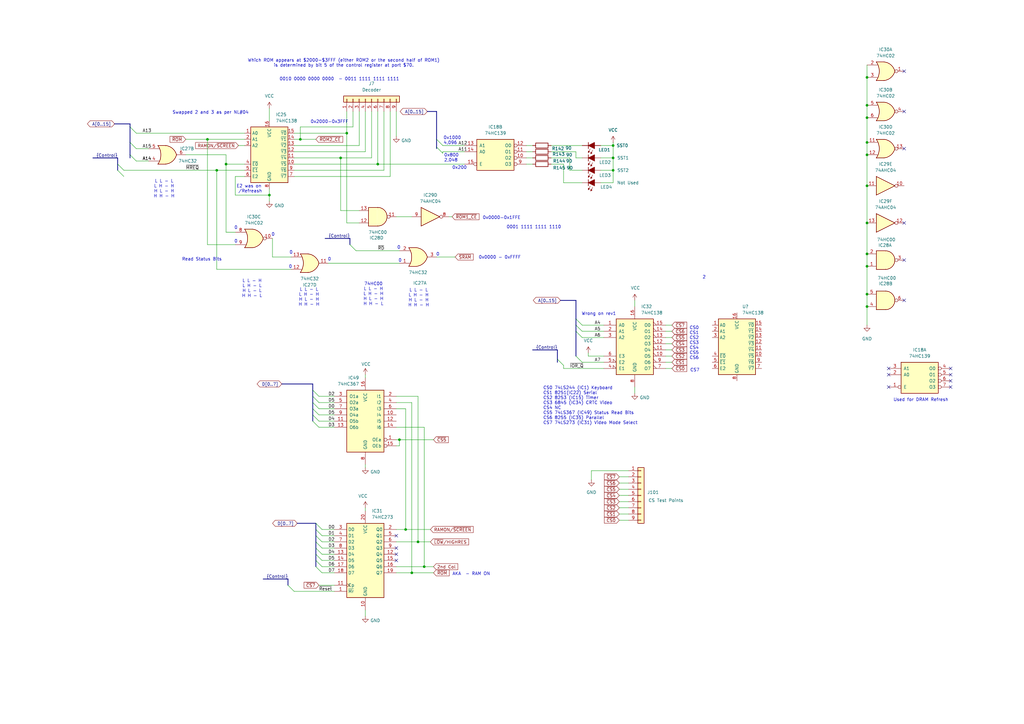
<source format=kicad_sch>
(kicad_sch (version 20250114) (generator "eeschema") (generator_version "9.0")
  (paper "A3")
  (title_block (title "Control Logic") (date "2024-12-05") (rev "1"))
  (lib_symbols
    (symbol "74xx:74HC138"
      (property "Reference" "U" (at -7.62 13.97 0))
      (property "Value" "74HC138" (at 2.54 -11.43 0))
      (symbol "74HC138_1_1"
        (pin input line (at -10.16 10.16 0) (length 2.54) (name "A0") (number "1"))
        (pin input line (at -10.16 7.62 0) (length 2.54) (name "A1") (number "2"))
        (pin input line (at -10.16 5.08 0) (length 2.54) (name "A2") (number "3"))
        (pin input line (at -10.16 -2.54 0) (length 2.54) (name "~{E0}") (number "4"))
        (pin input line (at -10.16 -5.08 0) (length 2.54) (name "~{E1}") (number "5"))
        (pin input line (at -10.16 -7.62 0) (length 2.54) (name "E2") (number "6"))
        (pin power_in line (at 0 15.24 270) (length 2.54) (name "VCC") (number "16"))
        (pin power_in line (at 0 -12.7 90) (length 2.54) (name "GND") (number "8"))
        (pin output line (at 10.16 10.16 180) (length 2.54) (name "~{Y0}") (number "15"))
        (pin output line (at 10.16 7.62 180) (length 2.54) (name "~{Y1}") (number "14"))
        (pin output line (at 10.16 5.08 180) (length 2.54) (name "~{Y2}") (number "13"))
        (pin output line (at 10.16 2.54 180) (length 2.54) (name "~{Y3}") (number "12"))
        (pin output line (at 10.16 0 180) (length 2.54) (name "~{Y4}") (number "11"))
        (pin output line (at 10.16 -2.54 180) (length 2.54) (name "~{Y5}") (number "10"))
        (pin output line (at 10.16 -5.08 180) (length 2.54) (name "~{Y6}") (number "9"))
        (pin output line (at 10.16 -7.62 180) (length 2.54) (name "~{Y7}") (number "7"))
      )
    )
    (symbol "74xx:74HCT138"
      (property "Reference" "U" (at -7.62 13.97 0))
      (property "Value" "74HCT138" (at 2.54 -11.43 0))
      (symbol "74HCT138_1_1"
        (pin input line (at -10.16 10.16 0) (length 2.54) (name "A0") (number "1"))
        (pin input line (at -10.16 7.62 0) (length 2.54) (name "A1") (number "2"))
        (pin input line (at -10.16 5.08 0) (length 2.54) (name "A2") (number "3"))
        (pin input line (at -10.16 -2.54 0) (length 2.54) (name "~{E0}") (number "4"))
        (pin input line (at -10.16 -5.08 0) (length 2.54) (name "~{E1}") (number "5"))
        (pin input line (at -10.16 -7.62 0) (length 2.54) (name "E2") (number "6"))
        (pin power_in line (at 0 15.24 270) (length 2.54) (name "VCC") (number "16"))
        (pin power_in line (at 0 -12.7 90) (length 2.54) (name "GND") (number "8"))
        (pin output line (at 10.16 10.16 180) (length 2.54) (name "~{Y0}") (number "15"))
        (pin output line (at 10.16 7.62 180) (length 2.54) (name "~{Y1}") (number "14"))
        (pin output line (at 10.16 5.08 180) (length 2.54) (name "~{Y2}") (number "13"))
        (pin output line (at 10.16 2.54 180) (length 2.54) (name "~{Y3}") (number "12"))
        (pin output line (at 10.16 0 180) (length 2.54) (name "~{Y4}") (number "11"))
        (pin output line (at 10.16 -2.54 180) (length 2.54) (name "~{Y5}") (number "10"))
        (pin output line (at 10.16 -5.08 180) (length 2.54) (name "~{Y6}") (number "9"))
        (pin output line (at 10.16 -7.62 180) (length 2.54) (name "~{Y7}") (number "7"))
      )
    )
    (symbol "74xx:74LS00" (pin_names (offset 1.016))
      (property "Reference" "U" (at 0 1.27 0))
      (property "Value" "74LS00" (at 0 -1.27 0))
      (symbol "74LS00_1_1"
        (pin input line (at -7.62 2.54 0) (length 3.81) (name "~") (number "1"))
        (pin input line (at -7.62 -2.54 0) (length 3.81) (name "~") (number "2"))
        (pin output inverted (at 7.62 0 180) (length 3.81) (name "~") (number "3"))
      )
      (symbol "74LS00_1_2"
        (pin input inverted (at -7.62 2.54 0) (length 4.318) (name "~") (number "1"))
        (pin input inverted (at -7.62 -2.54 0) (length 4.318) (name "~") (number "2"))
        (pin output line (at 7.62 0 180) (length 3.81) (name "~") (number "3"))
      )
      (symbol "74LS00_2_1"
        (pin input line (at -7.62 2.54 0) (length 3.81) (name "~") (number "4"))
        (pin input line (at -7.62 -2.54 0) (length 3.81) (name "~") (number "5"))
        (pin output inverted (at 7.62 0 180) (length 3.81) (name "~") (number "6"))
      )
      (symbol "74LS00_2_2"
        (pin input inverted (at -7.62 2.54 0) (length 4.318) (name "~") (number "4"))
        (pin input inverted (at -7.62 -2.54 0) (length 4.318) (name "~") (number "5"))
        (pin output line (at 7.62 0 180) (length 3.81) (name "~") (number "6"))
      )
      (symbol "74LS00_3_1"
        (pin input line (at -7.62 2.54 0) (length 3.81) (name "~") (number "9"))
        (pin input line (at -7.62 -2.54 0) (length 3.81) (name "~") (number "10"))
        (pin output inverted (at 7.62 0 180) (length 3.81) (name "~") (number "8"))
      )
      (symbol "74LS00_3_2"
        (pin input inverted (at -7.62 2.54 0) (length 4.318) (name "~") (number "9"))
        (pin input inverted (at -7.62 -2.54 0) (length 4.318) (name "~") (number "10"))
        (pin output line (at 7.62 0 180) (length 3.81) (name "~") (number "8"))
      )
      (symbol "74LS00_4_1"
        (pin input line (at -7.62 2.54 0) (length 3.81) (name "~") (number "12"))
        (pin input line (at -7.62 -2.54 0) (length 3.81) (name "~") (number "13"))
        (pin output inverted (at 7.62 0 180) (length 3.81) (name "~") (number "11"))
      )
      (symbol "74LS00_4_2"
        (pin input inverted (at -7.62 2.54 0) (length 4.318) (name "~") (number "12"))
        (pin input inverted (at -7.62 -2.54 0) (length 4.318) (name "~") (number "13"))
        (pin output line (at 7.62 0 180) (length 3.81) (name "~") (number "11"))
      )
      (symbol "74LS00_5_0"
        (pin power_in line (at 0 12.7 270) (length 5.08) (name "VCC") (number "14"))
        (pin power_in line (at 0 -12.7 90) (length 5.08) (name "GND") (number "7"))
      )
    )
    (symbol "74xx:74LS02" (pin_names (offset 1.016))
      (property "Reference" "U" (at 0 1.27 0))
      (property "Value" "74LS02" (at 0 -1.27 0))
      (symbol "74LS02_1_1"
        (pin input line (at -7.62 2.54 0) (length 4.318) (name "~") (number "2"))
        (pin input line (at -7.62 -2.54 0) (length 4.318) (name "~") (number "3"))
        (pin output inverted (at 7.62 0 180) (length 3.81) (name "~") (number "1"))
      )
      (symbol "74LS02_1_2"
        (pin input inverted (at -7.62 2.54 0) (length 3.81) (name "~") (number "2"))
        (pin input inverted (at -7.62 -2.54 0) (length 3.81) (name "~") (number "3"))
        (pin output line (at 7.62 0 180) (length 3.81) (name "~") (number "1"))
      )
      (symbol "74LS02_2_1"
        (pin input line (at -7.62 2.54 0) (length 4.318) (name "~") (number "5"))
        (pin input line (at -7.62 -2.54 0) (length 4.318) (name "~") (number "6"))
        (pin output inverted (at 7.62 0 180) (length 3.81) (name "~") (number "4"))
      )
      (symbol "74LS02_2_2"
        (pin input inverted (at -7.62 2.54 0) (length 3.81) (name "~") (number "5"))
        (pin input inverted (at -7.62 -2.54 0) (length 3.81) (name "~") (number "6"))
        (pin output line (at 7.62 0 180) (length 3.81) (name "~") (number "4"))
      )
      (symbol "74LS02_3_1"
        (pin input line (at -7.62 2.54 0) (length 4.318) (name "~") (number "8"))
        (pin input line (at -7.62 -2.54 0) (length 4.318) (name "~") (number "9"))
        (pin output inverted (at 7.62 0 180) (length 3.81) (name "~") (number "10"))
      )
      (symbol "74LS02_3_2"
        (pin input inverted (at -7.62 2.54 0) (length 3.81) (name "~") (number "8"))
        (pin input inverted (at -7.62 -2.54 0) (length 3.81) (name "~") (number "9"))
        (pin output line (at 7.62 0 180) (length 3.81) (name "~") (number "10"))
      )
      (symbol "74LS02_4_1"
        (pin input line (at -7.62 2.54 0) (length 4.318) (name "~") (number "11"))
        (pin input line (at -7.62 -2.54 0) (length 4.318) (name "~") (number "12"))
        (pin output inverted (at 7.62 0 180) (length 3.81) (name "~") (number "13"))
      )
      (symbol "74LS02_4_2"
        (pin input inverted (at -7.62 2.54 0) (length 3.81) (name "~") (number "11"))
        (pin input inverted (at -7.62 -2.54 0) (length 3.81) (name "~") (number "12"))
        (pin output line (at 7.62 0 180) (length 3.81) (name "~") (number "13"))
      )
      (symbol "74LS02_5_0"
        (pin power_in line (at 0 12.7 270) (length 5.08) (name "VCC") (number "14"))
        (pin power_in line (at 0 -12.7 90) (length 5.08) (name "GND") (number "7"))
      )
    )
    (symbol "74xx:74LS04"
      (property "Reference" "U" (at 0 1.27 0))
      (property "Value" "74LS04" (at 0 -1.27 0))
      (symbol "74LS04_1_0"
        (pin input line (at -7.62 0 0) (length 3.81) (name "~") (number "1"))
        (pin output inverted (at 7.62 0 180) (length 3.81) (name "~") (number "2"))
      )
      (symbol "74LS04_2_0"
        (pin input line (at -7.62 0 0) (length 3.81) (name "~") (number "3"))
        (pin output inverted (at 7.62 0 180) (length 3.81) (name "~") (number "4"))
      )
      (symbol "74LS04_3_0"
        (pin input line (at -7.62 0 0) (length 3.81) (name "~") (number "5"))
        (pin output inverted (at 7.62 0 180) (length 3.81) (name "~") (number "6"))
      )
      (symbol "74LS04_4_0"
        (pin input line (at -7.62 0 0) (length 3.81) (name "~") (number "9"))
        (pin output inverted (at 7.62 0 180) (length 3.81) (name "~") (number "8"))
      )
      (symbol "74LS04_5_0"
        (pin input line (at -7.62 0 0) (length 3.81) (name "~") (number "11"))
        (pin output inverted (at 7.62 0 180) (length 3.81) (name "~") (number "10"))
      )
      (symbol "74LS04_6_0"
        (pin input line (at -7.62 0 0) (length 3.81) (name "~") (number "13"))
        (pin output inverted (at 7.62 0 180) (length 3.81) (name "~") (number "12"))
      )
      (symbol "74LS04_7_0"
        (pin power_in line (at 0 12.7 270) (length 5.08) (name "VCC") (number "14"))
        (pin power_in line (at 0 -12.7 90) (length 5.08) (name "GND") (number "7"))
      )
    )
    (symbol "74xx:74LS138" (pin_names (offset 1.016))
      (property "Reference" "U" (at -7.62 11.43 0))
      (property "Value" "74LS138" (at -7.62 -13.97 0))
      (symbol "74LS138_1_0"
        (pin input line (at -12.7 7.62 0) (length 5.08) (name "A0") (number "1"))
        (pin input line (at -12.7 5.08 0) (length 5.08) (name "A1") (number "2"))
        (pin input line (at -12.7 2.54 0) (length 5.08) (name "A2") (number "3"))
        (pin input line (at -12.7 -5.08 0) (length 5.08) (name "E3") (number "6"))
        (pin input input_low (at -12.7 -7.62 0) (length 5.08) (name "E2") (number "5"))
        (pin input input_low (at -12.7 -10.16 0) (length 5.08) (name "E1") (number "4"))
        (pin power_in line (at 0 15.24 270) (length 5.08) (name "VCC") (number "16"))
        (pin power_in line (at 0 -17.78 90) (length 5.08) (name "GND") (number "8"))
        (pin output output_low (at 12.7 7.62 180) (length 5.08) (name "O0") (number "15"))
        (pin output output_low (at 12.7 5.08 180) (length 5.08) (name "O1") (number "14"))
        (pin output output_low (at 12.7 2.54 180) (length 5.08) (name "O2") (number "13"))
        (pin output output_low (at 12.7 0 180) (length 5.08) (name "O3") (number "12"))
        (pin output output_low (at 12.7 -2.54 180) (length 5.08) (name "O4") (number "11"))
        (pin output output_low (at 12.7 -5.08 180) (length 5.08) (name "O5") (number "10"))
        (pin output output_low (at 12.7 -7.62 180) (length 5.08) (name "O6") (number "9"))
        (pin output output_low (at 12.7 -10.16 180) (length 5.08) (name "O7") (number "7"))
      )
    )
    (symbol "74xx:74LS139" (pin_names (offset 1.016))
      (property "Reference" "U" (at -7.62 8.89 0))
      (property "Value" "74LS139" (at -7.62 -8.89 0))
      (symbol "74LS139_1_0"
        (pin input line (at -12.7 2.54 0) (length 5.08) (name "A1") (number "3"))
        (pin input line (at -12.7 0 0) (length 5.08) (name "A0") (number "2"))
        (pin input inverted (at -12.7 -5.08 0) (length 5.08) (name "E") (number "1"))
        (pin output inverted (at 12.7 2.54 180) (length 5.08) (name "O0") (number "4"))
        (pin output inverted (at 12.7 0 180) (length 5.08) (name "O1") (number "5"))
        (pin output inverted (at 12.7 -2.54 180) (length 5.08) (name "O2") (number "6"))
        (pin output inverted (at 12.7 -5.08 180) (length 5.08) (name "O3") (number "7"))
      )
      (symbol "74LS139_2_0"
        (pin input line (at -12.7 2.54 0) (length 5.08) (name "A1") (number "13"))
        (pin input line (at -12.7 0 0) (length 5.08) (name "A0") (number "14"))
        (pin input inverted (at -12.7 -5.08 0) (length 5.08) (name "E") (number "15"))
        (pin output inverted (at 12.7 2.54 180) (length 5.08) (name "O0") (number "12"))
        (pin output inverted (at 12.7 0 180) (length 5.08) (name "O1") (number "11"))
        (pin output inverted (at 12.7 -2.54 180) (length 5.08) (name "O2") (number "10"))
        (pin output inverted (at 12.7 -5.08 180) (length 5.08) (name "O3") (number "9"))
      )
      (symbol "74LS139_3_0"
        (pin power_in line (at 0 12.7 270) (length 5.08) (name "VCC") (number "16"))
        (pin power_in line (at 0 -12.7 90) (length 5.08) (name "GND") (number "8"))
      )
    )
    (symbol "74xx:74LS273"
      (property "Reference" "U" (at -7.62 16.51 0))
      (property "Value" "74LS273" (at -7.62 -16.51 0))
      (symbol "74LS273_1_0"
        (pin input line (at -12.7 12.7 0) (length 5.08) (name "D0") (number "3"))
        (pin input line (at -12.7 10.16 0) (length 5.08) (name "D1") (number "4"))
        (pin input line (at -12.7 7.62 0) (length 5.08) (name "D2") (number "7"))
        (pin input line (at -12.7 5.08 0) (length 5.08) (name "D3") (number "8"))
        (pin input line (at -12.7 2.54 0) (length 5.08) (name "D4") (number "13"))
        (pin input line (at -12.7 0 0) (length 5.08) (name "D5") (number "14"))
        (pin input line (at -12.7 -2.54 0) (length 5.08) (name "D6") (number "17"))
        (pin input line (at -12.7 -5.08 0) (length 5.08) (name "D7") (number "18"))
        (pin input clock (at -12.7 -10.16 0) (length 5.08) (name "Cp") (number "11"))
        (pin input line (at -12.7 -12.7 0) (length 5.08) (name "~{Mr}") (number "1"))
        (pin power_in line (at 0 20.32 270) (length 5.08) (name "VCC") (number "20"))
        (pin power_in line (at 0 -20.32 90) (length 5.08) (name "GND") (number "10"))
        (pin output line (at 12.7 12.7 180) (length 5.08) (name "Q0") (number "2"))
        (pin output line (at 12.7 10.16 180) (length 5.08) (name "Q1") (number "5"))
        (pin output line (at 12.7 7.62 180) (length 5.08) (name "Q2") (number "6"))
        (pin output line (at 12.7 5.08 180) (length 5.08) (name "Q3") (number "9"))
        (pin output line (at 12.7 2.54 180) (length 5.08) (name "Q4") (number "12"))
        (pin output line (at 12.7 0 180) (length 5.08) (name "Q5") (number "15"))
        (pin output line (at 12.7 -2.54 180) (length 5.08) (name "Q6") (number "16"))
        (pin output line (at 12.7 -5.08 180) (length 5.08) (name "Q7") (number "19"))
      )
    )
    (symbol "74xx:74LS32" (pin_names (offset 1.016))
      (property "Reference" "U" (at 0 1.27 0))
      (property "Value" "74LS32" (at 0 -1.27 0))
      (symbol "74LS32_1_1"
        (pin input line (at -7.62 2.54 0) (length 4.318) (name "~") (number "1"))
        (pin input line (at -7.62 -2.54 0) (length 4.318) (name "~") (number "2"))
        (pin output line (at 7.62 0 180) (length 3.81) (name "~") (number "3"))
      )
      (symbol "74LS32_1_2"
        (pin input inverted (at -7.62 2.54 0) (length 3.81) (name "~") (number "1"))
        (pin input inverted (at -7.62 -2.54 0) (length 3.81) (name "~") (number "2"))
        (pin output inverted (at 7.62 0 180) (length 3.81) (name "~") (number "3"))
      )
      (symbol "74LS32_2_1"
        (pin input line (at -7.62 2.54 0) (length 4.318) (name "~") (number "4"))
        (pin input line (at -7.62 -2.54 0) (length 4.318) (name "~") (number "5"))
        (pin output line (at 7.62 0 180) (length 3.81) (name "~") (number "6"))
      )
      (symbol "74LS32_2_2"
        (pin input inverted (at -7.62 2.54 0) (length 3.81) (name "~") (number "4"))
        (pin input inverted (at -7.62 -2.54 0) (length 3.81) (name "~") (number "5"))
        (pin output inverted (at 7.62 0 180) (length 3.81) (name "~") (number "6"))
      )
      (symbol "74LS32_3_1"
        (pin input line (at -7.62 2.54 0) (length 4.318) (name "~") (number "9"))
        (pin input line (at -7.62 -2.54 0) (length 4.318) (name "~") (number "10"))
        (pin output line (at 7.62 0 180) (length 3.81) (name "~") (number "8"))
      )
      (symbol "74LS32_3_2"
        (pin input inverted (at -7.62 2.54 0) (length 3.81) (name "~") (number "9"))
        (pin input inverted (at -7.62 -2.54 0) (length 3.81) (name "~") (number "10"))
        (pin output inverted (at 7.62 0 180) (length 3.81) (name "~") (number "8"))
      )
      (symbol "74LS32_4_1"
        (pin input line (at -7.62 2.54 0) (length 4.318) (name "~") (number "12"))
        (pin input line (at -7.62 -2.54 0) (length 4.318) (name "~") (number "13"))
        (pin output line (at 7.62 0 180) (length 3.81) (name "~") (number "11"))
      )
      (symbol "74LS32_4_2"
        (pin input inverted (at -7.62 2.54 0) (length 3.81) (name "~") (number "12"))
        (pin input inverted (at -7.62 -2.54 0) (length 3.81) (name "~") (number "13"))
        (pin output inverted (at 7.62 0 180) (length 3.81) (name "~") (number "11"))
      )
      (symbol "74LS32_5_0"
        (pin power_in line (at 0 12.7 270) (length 5.08) (name "VCC") (number "14"))
        (pin power_in line (at 0 -12.7 90) (length 5.08) (name "GND") (number "7"))
      )
    )
    (symbol "74xx:74LS367" (pin_names (offset 1.016))
      (property "Reference" "U" (at -7.62 13.97 0))
      (property "Value" "74LS367" (at -7.62 -13.97 0))
      (symbol "74LS367_1_0"
        (pin input line (at -12.7 10.16 0) (length 5.08) (name "I1") (number "2"))
        (pin input line (at -12.7 7.62 0) (length 5.08) (name "I2") (number "4"))
        (pin input line (at -12.7 5.08 0) (length 5.08) (name "I3") (number "6"))
        (pin input line (at -12.7 2.54 0) (length 5.08) (name "I4") (number "10"))
        (pin input line (at -12.7 0 0) (length 5.08) (name "I5") (number "12"))
        (pin input line (at -12.7 -2.54 0) (length 5.08) (name "I6") (number "14"))
        (pin input inverted (at -12.7 -7.62 0) (length 5.08) (name "OEa") (number "1"))
        (pin input inverted (at -12.7 -10.16 0) (length 5.08) (name "OEb") (number "15"))
        (pin power_in line (at 0 17.78 270) (length 5.08) (name "VCC") (number "16"))
        (pin power_in line (at 0 -17.78 90) (length 5.08) (name "GND") (number "8"))
        (pin tri_state line (at 12.7 10.16 180) (length 5.08) (name "O1a") (number "3"))
        (pin tri_state line (at 12.7 7.62 180) (length 5.08) (name "O2a") (number "5"))
        (pin tri_state line (at 12.7 5.08 180) (length 5.08) (name "O3a") (number "7"))
        (pin tri_state line (at 12.7 2.54 180) (length 5.08) (name "O4a") (number "9"))
        (pin tri_state line (at 12.7 0 180) (length 5.08) (name "O5b") (number "11"))
        (pin tri_state line (at 12.7 -2.54 180) (length 5.08) (name "O6b") (number "13"))
      )
    )
    (symbol "Connector_Generic:Conn_01x09" (pin_names (offset 1.016) (hide yes))
      (property "Reference" "J" (at 0 12.7 0))
      (property "Value" "Conn_01x09" (at 0 -12.7 0))
      (symbol "Conn_01x09_1_1"
        (pin passive line (at -5.08 10.16 0) (length 3.81) (name "Pin_1") (number "1"))
        (pin passive line (at -5.08 7.62 0) (length 3.81) (name "Pin_2") (number "2"))
        (pin passive line (at -5.08 5.08 0) (length 3.81) (name "Pin_3") (number "3"))
        (pin passive line (at -5.08 2.54 0) (length 3.81) (name "Pin_4") (number "4"))
        (pin passive line (at -5.08 0 0) (length 3.81) (name "Pin_5") (number "5"))
        (pin passive line (at -5.08 -2.54 0) (length 3.81) (name "Pin_6") (number "6"))
        (pin passive line (at -5.08 -5.08 0) (length 3.81) (name "Pin_7") (number "7"))
        (pin passive line (at -5.08 -7.62 0) (length 3.81) (name "Pin_8") (number "8"))
        (pin passive line (at -5.08 -10.16 0) (length 3.81) (name "Pin_9") (number "9"))
      )
    )
    (symbol "Device:R" (pin_numbers (hide yes)) (pin_names (offset 0))
      (property "Reference" "R" (at 2.032 0 90))
      (property "Value" "R" (at 0 0 90))
      (symbol "R_1_1"
        (pin passive line (at 0 3.81 270) (length 1.27) (name "~") (number "1"))
        (pin passive line (at 0 -3.81 90) (length 1.27) (name "~") (number "2"))
      )
    )
    (symbol "GND_1" (power) (pin_numbers (hide yes)) (pin_names (offset 0) (hide yes))
      (property "Value" "GND" (at 0 -3.81 0))
      (symbol "GND_1_1_1"
        (pin power_in line (at 0 0 270) (length 0) (name "~") (number "1"))
      )
    )
    (symbol "PCM_LED_AKL:LED_3mm" (pin_numbers (hide yes)) (pin_names (offset 1.016) (hide yes))
      (property "Reference" "LED" (at 0 7.62 0))
      (property "Value" "LED_3mm" (at 0 5.08 0))
      (symbol "LED_3mm_1_1"
        (pin passive line (at -3.81 0 0) (length 2.54) (name "A") (number "2"))
        (pin passive line (at 3.81 0 180) (length 2.54) (name "K") (number "1"))
      )
      (symbol "LED_3mm_1_2"
        (pin passive line (at -2.54 -2.54 0) (length 0) (name "A") (number "2"))
        (pin passive line (at 2.54 2.54 180) (length 0) (name "K") (number "1"))
      )
    )
    (symbol "VCC_1" (power) (pin_numbers (hide yes)) (pin_names (offset 0) (hide yes))
      (property "Value" "VCC" (at 0 3.556 0))
      (symbol "VCC_1_1_1"
        (pin power_in line (at 0 0 90) (length 0) (name "~") (number "1"))
      )
    )
    (symbol "power:GND" (power) (pin_names (offset 0))
      (property "Value" "GND" (at 0 -3.81 0))
      (symbol "GND_1_1"
        (pin power_in line (at 0 0 270) (length 0) (hide yes) (name "GND") (number "1"))
      )
    )
    (symbol "power:VCC" (power) (pin_names (offset 0))
      (property "Value" "VCC" (at 0 3.81 0))
      (symbol "VCC_1_1"
        (pin power_in line (at 0 0 90) (length 0) (hide yes) (name "VCC") (number "1"))
      )
    )
  )
  (text "Read Status Bits" (at 82.804 106.426 0) (effects (font (size 1.27 1.27))))
  (text "0" (at 135.128 106.426 0) (effects (font (size 1.27 1.27))))
  (text "Wrong on rev1" (at 245.618 128.778 0) (effects (font (size 1.27 1.27))))
  (text "0" (at 119.126 109.474 0) (effects (font (size 1.27 1.27))))
  (text "L L - H\nL H - L\nH L - L\nH H - L" (at 103.378 118.364 0) (effects (font (size 1.27 1.27))))
  (text "L L - L\nL H - H\nH L - H\nH H - H" (at 67.31 77.47 0) (effects (font (size 1.27 1.27))))
  (text "0001 1111 1111 1110" (at 218.948 93.218 0) (effects (font (size 1.27 1.27))))
  (text "0x0000-0x1FFE" (at 205.74 89.408 0) (effects (font (size 1.27 1.27))))
  (text "0x1000\n4,096" (at 181.864 57.658 0) (effects (font (size 1.27 1.27)) (justify left)))
  (text "Used for DRAM Refresh" (at 377.698 164.084 0) (effects (font (size 1.27 1.27))))
  (text "0x0000 - 0xFFFF" (at 204.978 105.664 0) (effects (font (size 1.27 1.27))))
  (text "0x200" (at 188.468 68.834 0) (effects (font (size 1.27 1.27))))
  (text "E2 was on \n/Refreash" (at 102.616 77.47 0) (effects (font (size 1.27 1.27))))
  (text "0x800 \n2,048" (at 182.118 64.77 0) (effects (font (size 1.27 1.27)) (justify left)))
  (text "CS0 74LS244 (IC1) Keyboard\nCS1 8251(IC22) Serial\nCS2 8253 (IC15) Timer\nCS3 6845 (IC34) CRTC Video\nCS4 NC\nCS5 74LS367 (IC49) Status Read Bits\nCS6 8255 (IC35) Parallel \nCS7 74LS273 (IC31) Video Mode Select" (at 222.758 166.37 0) (effects (font (size 1.27 1.27)) (justify left)))
  (text "0" (at 164.084 106.934 0) (effects (font (size 1.27 1.27))))
  (text "Swapped 2 and 3 as per NL#04\n" (at 86.36 46.228 0) (effects (font (size 1.27 1.27))))
  (text "2" (at 288.798 113.792 0) (effects (font (size 1.27 1.27))))
  (text "0" (at 163.576 101.6 0) (effects (font (size 1.27 1.27))))
  (text "CS0\nCS1\nCS2\nCS3\nCS4\nCS5\nCS6" (at 284.734 140.716 0) (effects (font (size 1.27 1.27))))
  (text "0" (at 179.578 104.394 0) (effects (font (size 1.27 1.27))))
  (text "0" (at 119.38 103.632 0) (effects (font (size 1.27 1.27))))
  (text "L L - L\nL H - H\nH L - H\nH H - H" (at 171.704 122.174 0) (effects (font (size 1.27 1.27))))
  (text "0" (at 96.774 93.472 0) (effects (font (size 1.27 1.27))))
  (text "CS7" (at 284.988 151.892 0) (effects (font (size 1.27 1.27))))
  (text "Which ROM appears at $2000-$3FFF (either ROM2 or the second half of ROM1)\nis determined by bit 5 of the control register at port $70." (at 140.97 25.908 0) (effects (font (size 1.27 1.27))))
  (text "AKA  - RAM ON" (at 193.294 235.458 0) (effects (font (size 1.27 1.27))))
  (text "0" (at 96.774 99.06 0) (effects (font (size 1.27 1.27))))
  (text "L L - L\nL H - H\nH L - H\nH H - H" (at 126.746 121.92 0) (effects (font (size 1.27 1.27))))
  (text "0010 0000 0000 0000  - 0011 1111 1111 1111" (at 139.192 32.512 0) (effects (font (size 1.27 1.27))))
  (text "0" (at 112.014 96.266 0) (effects (font (size 1.27 1.27))))
  (text "74HC00\nL L - H\nL H - H\nH L - H\nH H - L" (at 153.162 120.65 0) (effects (font (size 1.27 1.27))))
  (text "0x2000-0x3FFF" (at 135.128 50.038 0) (effects (font (size 1.27 1.27))))
  (junction (at 173.99 232.41))
  (junction (at 154.94 67.31))
  (junction (at 355.6 31.75))
  (junction (at 355.6 91.44))
  (junction (at 251.46 69.85))
  (junction (at 92.71 67.31))
  (junction (at 355.6 125.73))
  (junction (at 355.6 43.18))
  (junction (at 355.6 120.65))
  (junction (at 171.45 222.25))
  (junction (at 123.19 57.15))
  (junction (at 110.49 80.01))
  (junction (at 355.6 76.2))
  (junction (at 355.6 63.5))
  (junction (at 355.6 104.14))
  (junction (at 139.7 64.77))
  (junction (at 88.9 69.85))
  (junction (at 355.6 48.26))
  (junction (at 251.46 59.69))
  (junction (at 251.46 64.77))
  (junction (at 85.09 57.15))
  (junction (at 355.6 58.42))
  (junction (at 163.83 180.34))
  (junction (at 142.24 54.61))
  (junction (at 166.37 217.17))
  (junction (at 355.6 109.22))
  (junction (at 168.91 234.95))
  (no_connect (at 370.84 29.21))
  (no_connect (at 370.84 60.96))
  (no_connect (at 370.84 91.44))
  (no_connect (at 162.56 229.87))
  (no_connect (at 364.49 151.13))
  (no_connect (at 162.56 227.33))
  (no_connect (at 370.84 45.72))
  (no_connect (at 389.89 158.75))
  (no_connect (at 364.49 153.67))
  (no_connect (at 162.56 219.71))
  (no_connect (at 370.84 123.19))
  (no_connect (at 389.89 156.21))
  (no_connect (at 162.56 224.79))
  (no_connect (at 364.49 158.75))
  (no_connect (at 370.84 106.68))
  (no_connect (at 389.89 151.13))
  (no_connect (at 389.89 153.67))
  (bus_entry (at 129.54 229.87) (size 2.54 2.54))
  (bus_entry (at 129.54 224.79) (size 2.54 2.54))
  (bus_entry (at 228.6 147.32) (size 2.54 2.54))
  (bus_entry (at 53.34 58.42) (size 2.54 2.54))
  (bus_entry (at 129.54 232.41) (size 2.54 2.54))
  (bus_entry (at 236.22 133.35) (size 2.54 2.54))
  (bus_entry (at 129.54 222.25) (size 2.54 2.54))
  (bus_entry (at 48.26 69.85) (size 2.54 2.54))
  (bus_entry (at 48.26 67.31) (size 2.54 2.54))
  (bus_entry (at 53.34 52.07) (size 2.54 2.54))
  (bus_entry (at 128.27 165.1) (size 2.54 2.54))
  (bus_entry (at 236.22 146.05) (size 2.54 2.54))
  (bus_entry (at 53.34 63.5) (size 2.54 2.54))
  (bus_entry (at 129.54 214.63) (size 2.54 2.54))
  (bus_entry (at 118.11 240.03) (size 2.54 2.54))
  (bus_entry (at 129.54 227.33) (size 2.54 2.54))
  (bus_entry (at 128.27 162.56) (size 2.54 2.54))
  (bus_entry (at 179.07 60.325) (size 2.54 2.54))
  (bus_entry (at 129.54 217.17) (size 2.54 2.54))
  (bus_entry (at 179.07 57.15) (size 2.54 2.54))
  (bus_entry (at 236.22 135.89) (size 2.54 2.54))
  (bus_entry (at 128.27 160.02) (size 2.54 2.54))
  (bus_entry (at 128.27 167.64) (size 2.54 2.54))
  (bus_entry (at 236.22 130.81) (size 2.54 2.54))
  (bus_entry (at 128.27 170.18) (size 2.54 2.54))
  (bus_entry (at 129.54 219.71) (size 2.54 2.54))
  (bus_entry (at 128.27 172.72) (size 2.54 2.54))
  (bus_entry (at 143.51 100.33) (size 2.54 2.54))
  (wire (pts (xy 273.05 146.05) (xy 275.59 146.05)))
  (wire (pts (xy 162.56 232.41) (xy 173.99 232.41)))
  (wire (pts (xy 120.65 64.77) (xy 139.7 64.77)))
  (wire (pts (xy 96.52 72.39) (xy 96.52 80.01)))
  (wire (pts (xy 215.9 59.69) (xy 218.44 59.69)))
  (bus (pts (xy 48.26 64.77) (xy 48.26 67.31)))
  (wire (pts (xy 226.06 67.31) (xy 231.14 67.31)))
  (wire (pts (xy 134.62 107.95) (xy 163.83 107.95)))
  (wire (pts (xy 181.61 62.865) (xy 181.61 62.23)))
  (wire (pts (xy 238.76 148.59) (xy 247.65 148.59)))
  (wire (pts (xy 238.76 135.89) (xy 247.65 135.89)))
  (wire (pts (xy 120.65 72.39) (xy 160.02 72.39)))
  (wire (pts (xy 76.2 63.5) (xy 92.71 63.5)))
  (wire (pts (xy 85.09 57.15) (xy 85.09 100.33)))
  (wire (pts (xy 233.68 69.85) (xy 238.76 69.85)))
  (bus (pts (xy 179.07 60.325) (xy 179.07 60.96)))
  (wire (pts (xy 168.91 165.1) (xy 168.91 234.95)))
  (bus (pts (xy 118.11 237.49) (xy 118.11 240.03)))
  (bus (pts (xy 115.57 157.48) (xy 128.27 157.48)))
  (wire (pts (xy 154.94 45.72) (xy 154.94 67.31)))
  (bus (pts (xy 129.54 219.71) (xy 129.54 217.17)))
  (wire (pts (xy 111.76 97.79) (xy 111.76 105.41)))
  (wire (pts (xy 162.56 45.72) (xy 162.56 55.88)))
  (bus (pts (xy 236.22 135.89) (xy 236.22 146.05)))
  (wire (pts (xy 162.56 217.17) (xy 166.37 217.17)))
  (bus (pts (xy 129.54 224.79) (xy 129.54 222.25)))
  (wire (pts (xy 162.56 222.25) (xy 171.45 222.25)))
  (wire (pts (xy 130.81 170.18) (xy 137.16 170.18)))
  (wire (pts (xy 88.9 69.85) (xy 100.33 69.85)))
  (wire (pts (xy 92.71 95.25) (xy 92.71 67.31)))
  (wire (pts (xy 241.3 146.05) (xy 241.3 144.78)))
  (bus (pts (xy 128.27 162.56) (xy 128.27 160.02)))
  (bus (pts (xy 48.26 67.31) (xy 48.26 69.85)))
  (wire (pts (xy 162.56 165.1) (xy 168.91 165.1)))
  (bus (pts (xy 143.51 97.79) (xy 143.51 100.33)))
  (wire (pts (xy 173.99 232.41) (xy 177.8 232.41)))
  (bus (pts (xy 128.27 165.1) (xy 128.27 162.56)))
  (wire (pts (xy 157.48 69.85) (xy 157.48 45.72)))
  (wire (pts (xy 231.14 151.13) (xy 247.65 151.13)))
  (wire (pts (xy 215.9 62.23) (xy 218.44 62.23)))
  (wire (pts (xy 85.09 100.33) (xy 96.52 100.33)))
  (wire (pts (xy 238.76 133.35) (xy 247.65 133.35)))
  (wire (pts (xy 215.9 67.31) (xy 218.44 67.31)))
  (wire (pts (xy 173.99 175.26) (xy 173.99 232.41)))
  (wire (pts (xy 132.08 224.79) (xy 137.16 224.79)))
  (wire (pts (xy 184.15 88.9) (xy 185.42 88.9)))
  (wire (pts (xy 181.61 62.23) (xy 190.5 62.23)))
  (wire (pts (xy 246.38 59.69) (xy 251.46 59.69)))
  (wire (pts (xy 273.05 148.59) (xy 275.59 148.59)))
  (wire (pts (xy 144.78 45.72) (xy 144.78 52.07)))
  (wire (pts (xy 238.76 138.43) (xy 247.65 138.43)))
  (wire (pts (xy 355.6 109.22) (xy 355.6 120.65)))
  (wire (pts (xy 123.19 52.07) (xy 123.19 57.15)))
  (wire (pts (xy 273.05 133.35) (xy 275.59 133.35)))
  (wire (pts (xy 120.65 62.23) (xy 149.86 62.23)))
  (wire (pts (xy 171.45 222.25) (xy 176.53 222.25)))
  (wire (pts (xy 162.56 162.56) (xy 171.45 162.56)))
  (wire (pts (xy 149.86 154.94) (xy 149.86 153.67)))
  (wire (pts (xy 273.05 140.97) (xy 275.59 140.97)))
  (wire (pts (xy 231.14 74.93) (xy 238.76 74.93)))
  (bus (pts (xy 229.87 123.19) (xy 236.22 123.19)))
  (wire (pts (xy 139.7 86.36) (xy 147.32 86.36)))
  (bus (pts (xy 121.92 214.63) (xy 129.54 214.63)))
  (wire (pts (xy 257.81 198.12) (xy 254 198.12)))
  (wire (pts (xy 96.52 95.25) (xy 92.71 95.25)))
  (wire (pts (xy 120.65 54.61) (xy 142.24 54.61)))
  (wire (pts (xy 130.81 165.1) (xy 137.16 165.1)))
  (bus (pts (xy 53.34 63.5) (xy 53.34 64.77)))
  (wire (pts (xy 236.22 64.77) (xy 238.76 64.77)))
  (wire (pts (xy 132.08 219.71) (xy 137.16 219.71)))
  (bus (pts (xy 128.27 167.64) (xy 128.27 165.1)))
  (bus (pts (xy 129.54 229.87) (xy 129.54 227.33)))
  (wire (pts (xy 251.46 64.77) (xy 251.46 59.69)))
  (bus (pts (xy 236.22 133.35) (xy 236.22 135.89)))
  (wire (pts (xy 242.57 193.04) (xy 257.81 193.04)))
  (wire (pts (xy 231.14 67.31) (xy 231.14 74.93)))
  (wire (pts (xy 110.49 44.45) (xy 110.49 49.53)))
  (wire (pts (xy 142.24 54.61) (xy 142.24 91.44)))
  (wire (pts (xy 154.94 67.31) (xy 190.5 67.31)))
  (wire (pts (xy 119.38 110.49) (xy 88.9 110.49)))
  (bus (pts (xy 48.26 64.77) (xy 38.1 64.77)))
  (wire (pts (xy 132.08 234.95) (xy 137.16 234.95)))
  (wire (pts (xy 88.9 110.49) (xy 88.9 69.85)))
  (bus (pts (xy 236.22 130.81) (xy 236.22 133.35)))
  (wire (pts (xy 132.08 229.87) (xy 137.16 229.87)))
  (wire (pts (xy 355.6 48.26) (xy 355.6 58.42)))
  (bus (pts (xy 179.07 57.15) (xy 179.07 60.325)))
  (wire (pts (xy 226.06 62.23) (xy 236.22 62.23)))
  (wire (pts (xy 55.88 60.96) (xy 60.96 60.96)))
  (wire (pts (xy 130.81 240.03) (xy 137.16 240.03)))
  (wire (pts (xy 142.24 45.72) (xy 142.24 54.61)))
  (wire (pts (xy 132.08 217.17) (xy 137.16 217.17)))
  (bus (pts (xy 179.07 45.72) (xy 179.07 57.15)))
  (bus (pts (xy 129.54 222.25) (xy 129.54 219.71)))
  (wire (pts (xy 273.05 138.43) (xy 275.59 138.43)))
  (bus (pts (xy 53.34 50.8) (xy 53.34 52.07)))
  (wire (pts (xy 149.86 208.28) (xy 149.86 209.55)))
  (bus (pts (xy 228.6 143.51) (xy 228.6 147.32)))
  (wire (pts (xy 162.56 167.64) (xy 166.37 167.64)))
  (bus (pts (xy 128.27 172.72) (xy 128.27 170.18)))
  (wire (pts (xy 160.02 72.39) (xy 160.02 45.72)))
  (wire (pts (xy 92.71 63.5) (xy 92.71 67.31)))
  (wire (pts (xy 149.86 250.19) (xy 149.86 252.73)))
  (wire (pts (xy 215.9 64.77) (xy 218.44 64.77)))
  (bus (pts (xy 53.34 52.07) (xy 53.34 58.42)))
  (wire (pts (xy 231.14 149.86) (xy 231.14 151.13)))
  (wire (pts (xy 355.6 76.2) (xy 355.6 91.44)))
  (wire (pts (xy 162.56 234.95) (xy 168.91 234.95)))
  (wire (pts (xy 92.71 67.31) (xy 100.33 67.31)))
  (wire (pts (xy 355.6 120.65) (xy 355.6 125.73)))
  (wire (pts (xy 355.6 26.67) (xy 355.6 31.75)))
  (bus (pts (xy 46.99 50.8) (xy 53.34 50.8)))
  (wire (pts (xy 149.86 190.5) (xy 149.86 191.77)))
  (wire (pts (xy 110.49 80.01) (xy 110.49 82.55)))
  (bus (pts (xy 228.6 147.32) (xy 228.6 148.59)))
  (wire (pts (xy 132.08 232.41) (xy 137.16 232.41)))
  (wire (pts (xy 162.56 88.9) (xy 168.91 88.9)))
  (wire (pts (xy 144.78 52.07) (xy 123.19 52.07)))
  (wire (pts (xy 97.79 59.69) (xy 100.33 59.69)))
  (bus (pts (xy 236.22 123.19) (xy 236.22 130.81)))
  (wire (pts (xy 163.83 180.34) (xy 177.8 180.34)))
  (wire (pts (xy 257.81 195.58) (xy 254 195.58)))
  (wire (pts (xy 257.81 205.74) (xy 254 205.74)))
  (wire (pts (xy 130.81 172.72) (xy 137.16 172.72)))
  (bus (pts (xy 129.54 217.17) (xy 129.54 214.63)))
  (wire (pts (xy 132.08 222.25) (xy 137.16 222.25)))
  (wire (pts (xy 226.06 59.69) (xy 238.76 59.69)))
  (wire (pts (xy 120.65 69.85) (xy 157.48 69.85)))
  (wire (pts (xy 85.09 57.15) (xy 100.33 57.15)))
  (wire (pts (xy 166.37 217.17) (xy 176.53 217.17)))
  (wire (pts (xy 50.8 69.85) (xy 88.9 69.85)))
  (wire (pts (xy 171.45 162.56) (xy 171.45 222.25)))
  (wire (pts (xy 149.86 62.23) (xy 149.86 45.72)))
  (wire (pts (xy 355.6 104.14) (xy 355.6 109.22)))
  (wire (pts (xy 355.6 31.75) (xy 355.6 43.18)))
  (wire (pts (xy 260.35 158.75) (xy 260.35 161.29)))
  (wire (pts (xy 130.81 162.56) (xy 137.16 162.56)))
  (wire (pts (xy 142.24 91.44) (xy 147.32 91.44)))
  (bus (pts (xy 143.51 97.79) (xy 133.35 97.79)))
  (wire (pts (xy 152.4 64.77) (xy 139.7 64.77)))
  (wire (pts (xy 257.81 208.28) (xy 254 208.28)))
  (wire (pts (xy 257.81 213.36) (xy 254 213.36)))
  (wire (pts (xy 181.61 59.69) (xy 190.5 59.69)))
  (wire (pts (xy 260.35 123.19) (xy 260.35 125.73)))
  (wire (pts (xy 120.65 59.69) (xy 147.32 59.69)))
  (wire (pts (xy 55.88 66.04) (xy 60.96 66.04)))
  (wire (pts (xy 246.38 69.85) (xy 251.46 69.85)))
  (wire (pts (xy 246.38 64.77) (xy 251.46 64.77)))
  (wire (pts (xy 123.19 57.15) (xy 129.54 57.15)))
  (wire (pts (xy 233.68 64.77) (xy 233.68 69.85)))
  (wire (pts (xy 166.37 167.64) (xy 166.37 217.17)))
  (wire (pts (xy 273.05 135.89) (xy 275.59 135.89)))
  (wire (pts (xy 162.56 182.88) (xy 163.83 182.88)))
  (wire (pts (xy 246.38 74.93) (xy 251.46 74.93)))
  (wire (pts (xy 236.22 62.23) (xy 236.22 64.77)))
  (wire (pts (xy 226.06 64.77) (xy 233.68 64.77)))
  (wire (pts (xy 100.33 72.39) (xy 96.52 72.39)))
  (wire (pts (xy 179.07 105.41) (xy 186.69 105.41)))
  (wire (pts (xy 130.81 167.64) (xy 137.16 167.64)))
  (wire (pts (xy 273.05 151.13) (xy 275.59 151.13)))
  (bus (pts (xy 228.6 143.51) (xy 218.44 143.51)))
  (wire (pts (xy 120.65 242.57) (xy 137.16 242.57)))
  (wire (pts (xy 162.56 180.34) (xy 163.83 180.34)))
  (wire (pts (xy 355.6 58.42) (xy 355.6 63.5)))
  (wire (pts (xy 132.08 227.33) (xy 137.16 227.33)))
  (wire (pts (xy 111.76 105.41) (xy 119.38 105.41)))
  (wire (pts (xy 273.05 143.51) (xy 275.59 143.51)))
  (wire (pts (xy 147.32 59.69) (xy 147.32 45.72)))
  (wire (pts (xy 355.6 43.18) (xy 355.6 48.26)))
  (wire (pts (xy 355.6 91.44) (xy 355.6 104.14)))
  (wire (pts (xy 110.49 77.47) (xy 110.49 80.01)))
  (wire (pts (xy 76.2 57.15) (xy 85.09 57.15)))
  (wire (pts (xy 130.81 175.26) (xy 137.16 175.26)))
  (wire (pts (xy 96.52 80.01) (xy 110.49 80.01)))
  (wire (pts (xy 120.65 67.31) (xy 154.94 67.31)))
  (wire (pts (xy 55.88 54.61) (xy 100.33 54.61)))
  (bus (pts (xy 175.26 45.72) (xy 179.07 45.72)))
  (wire (pts (xy 257.81 200.66) (xy 254 200.66)))
  (wire (pts (xy 120.65 57.15) (xy 123.19 57.15)))
  (wire (pts (xy 251.46 69.85) (xy 251.46 64.77)))
  (bus (pts (xy 128.27 160.02) (xy 128.27 157.48)))
  (wire (pts (xy 257.81 203.2) (xy 254 203.2)))
  (bus (pts (xy 53.34 58.42) (xy 53.34 63.5)))
  (wire (pts (xy 152.4 45.72) (xy 152.4 64.77)))
  (wire (pts (xy 242.57 193.04) (xy 242.57 196.85)))
  (wire (pts (xy 139.7 64.77) (xy 139.7 86.36)))
  (bus (pts (xy 128.27 170.18) (xy 128.27 167.64)))
  (bus (pts (xy 118.11 237.49) (xy 107.95 237.49)))
  (wire (pts (xy 251.46 74.93) (xy 251.46 69.85)))
  (bus (pts (xy 129.54 227.33) (xy 129.54 224.79)))
  (wire (pts (xy 163.83 182.88) (xy 163.83 180.34)))
  (wire (pts (xy 146.05 102.87) (xy 163.83 102.87)))
  (wire (pts (xy 251.46 59.69) (xy 251.46 58.42)))
  (bus (pts (xy 129.54 232.41) (xy 129.54 229.87)))
  (wire (pts (xy 257.81 210.82) (xy 254 210.82)))
  (wire (pts (xy 355.6 63.5) (xy 355.6 76.2)))
  (wire (pts (xy 355.6 125.73) (xy 355.6 133.35)))
  (wire (pts (xy 162.56 175.26) (xy 173.99 175.26)))
  (wire (pts (xy 247.65 146.05) (xy 241.3 146.05)))
  (wire (pts (xy 168.91 234.95) (xy 177.8 234.95)))
  (label "D5" (at 134.62 229.87 0))
  (label "A15" (at 58.42 60.96 0))
  (label "A7" (at 243.84 148.59 0))
  (label "D3" (at 134.62 224.79 0))
  (label "D0" (at 134.62 167.64 0))
  (label "D6" (at 134.62 232.41 0))
  (label "A6" (at 243.84 138.43 0))
  (label "A12" (at 187.96 59.69 0))
  (label "D5" (at 134.62 165.1 0))
  (label "D4" (at 134.62 227.33 0))
  (label "D0" (at 134.62 217.17 0))
  (label "A5" (at 243.84 135.89 0))
  (label "A4" (at 243.84 133.35 0))
  (label "A14" (at 58.42 66.04 0))
  (label "D2" (at 134.62 162.56 0))
  (label "D1" (at 134.62 219.71 0))
  (label "{Control}" (at 118.11 237.49 180))
  (label "{Control}" (at 143.51 97.79 180))
  (label "D2" (at 134.62 222.25 0))
  (label "A13" (at 58.42 54.61 0))
  (label "{Control}" (at 228.6 143.51 180))
  (label "D5" (at 134.62 170.18 0))
  (label "A14" (at 58.42 66.04 0))
  (label "D4" (at 134.62 172.72 0))
  (label "D3" (at 134.62 175.26 0))
  (label "~{MREQ}" (at 76.2 69.85 0))
  (label "{Control}" (at 48.26 64.77 180))
  (label "~{Reset}" (at 130.81 242.57 0))
  (label "D7" (at 134.62 234.95 0))
  (label "~{RD}" (at 154.94 102.87 0))
  (label "A11" (at 187.96 62.23 0))
  (label "~{IOR_Q}" (at 233.68 151.13 0))
  (global_label "~{CS1}" (shape input) (at 254 210.82 180) (property "Intersheetrefs" "${INTERSHEET_REFS}" (effects (hide yes))))
  (global_label "~{CS3}" (shape input) (at 275.59 143.51 0) (property "Intersheetrefs" "${INTERSHEET_REFS}" (effects (hide yes))))
  (global_label "~{CS2}" (shape input) (at 254 208.28 180) (property "Intersheetrefs" "${INTERSHEET_REFS}" (effects (hide yes))))
  (global_label "~{CS5}" (shape input) (at 275.59 138.43 0) (property "Intersheetrefs" "${INTERSHEET_REFS}" (effects (hide yes))))
  (global_label "A[0..15]" (shape bidirectional) (at 175.26 45.72 180) (property "Intersheetrefs" "${INTERSHEET_REFS}" (effects (hide yes))))
  (global_label "~{ROM}" (shape input) (at 76.2 57.15 180) (property "Intersheetrefs" "${INTERSHEET_REFS}" (effects (hide yes))))
  (global_label "~{SRAM}" (shape input) (at 186.69 105.41 0) (property "Intersheetrefs" "${INTERSHEET_REFS}" (effects (hide yes))))
  (global_label "~{CS4}" (shape input) (at 275.59 140.97 0) (property "Intersheetrefs" "${INTERSHEET_REFS}" (effects (hide yes))))
  (global_label "RAMON{slash}~{SCREEN}" (shape input) (at 176.53 217.17 0) (property "Intersheetrefs" "${INTERSHEET_REFS}" (effects (hide yes))))
  (global_label "~{CS0}" (shape input) (at 275.59 151.13 0) (property "Intersheetrefs" "${INTERSHEET_REFS}" (effects (hide yes))))
  (global_label "2nd Col" (shape input) (at 177.8 232.41 0) (property "Intersheetrefs" "${INTERSHEET_REFS}" (effects (hide yes))))
  (global_label "~{CS7}" (shape input) (at 130.81 240.03 180) (property "Intersheetrefs" "${INTERSHEET_REFS}" (effects (hide yes))))
  (global_label "~{CS0}" (shape input) (at 254 213.36 180) (property "Intersheetrefs" "${INTERSHEET_REFS}" (effects (hide yes))))
  (global_label "~{CS2}" (shape input) (at 275.59 146.05 0) (property "Intersheetrefs" "${INTERSHEET_REFS}" (effects (hide yes))))
  (global_label "~{ROM1_CE}" (shape input) (at 185.42 88.9 0) (property "Intersheetrefs" "${INTERSHEET_REFS}" (effects (hide yes))))
  (global_label "D[0..7]" (shape bidirectional) (at 121.92 214.63 180) (property "Intersheetrefs" "${INTERSHEET_REFS}" (effects (hide yes))))
  (global_label "~{CS1}" (shape input) (at 275.59 148.59 0) (property "Intersheetrefs" "${INTERSHEET_REFS}" (effects (hide yes))))
  (global_label "~{CS6}" (shape input) (at 254 198.12 180) (property "Intersheetrefs" "${INTERSHEET_REFS}" (effects (hide yes))))
  (global_label "~{CS5}" (shape input) (at 177.8 180.34 0) (property "Intersheetrefs" "${INTERSHEET_REFS}" (effects (hide yes))))
  (global_label "~{ROM2_CE}" (shape input) (at 129.54 57.15 0) (property "Intersheetrefs" "${INTERSHEET_REFS}" (effects (hide yes))))
  (global_label "A[0..15]" (shape bidirectional) (at 46.99 50.8 180) (property "Intersheetrefs" "${INTERSHEET_REFS}" (effects (hide yes))))
  (global_label "~{CS7}" (shape input) (at 254 195.58 180) (property "Intersheetrefs" "${INTERSHEET_REFS}" (effects (hide yes))))
  (global_label "~{CS4}" (shape input) (at 254 203.2 180) (property "Intersheetrefs" "${INTERSHEET_REFS}" (effects (hide yes))))
  (global_label "~{CS7}" (shape input) (at 275.59 133.35 0) (property "Intersheetrefs" "${INTERSHEET_REFS}" (effects (hide yes))))
  (global_label "~{CS6}" (shape input) (at 275.59 135.89 0) (property "Intersheetrefs" "${INTERSHEET_REFS}" (effects (hide yes))))
  (global_label "~{CS5}" (shape input) (at 254 200.66 180) (property "Intersheetrefs" "${INTERSHEET_REFS}" (effects (hide yes))))
  (global_label "~{ROM}" (shape input) (at 177.8 234.95 0) (property "Intersheetrefs" "${INTERSHEET_REFS}" (effects (hide yes))))
  (global_label "~{LOW}{slash}HIGHRES" (shape input) (at 176.53 222.25 0) (property "Intersheetrefs" "${INTERSHEET_REFS}" (effects (hide yes))))
  (global_label "D[0..7]" (shape bidirectional) (at 115.57 157.48 180) (property "Intersheetrefs" "${INTERSHEET_REFS}" (effects (hide yes))))
  (global_label "A[0..15]" (shape bidirectional) (at 229.87 123.19 180) (property "Intersheetrefs" "${INTERSHEET_REFS}" (effects (hide yes))))
  (global_label "~{CS3}" (shape input) (at 254 205.74 180) (property "Intersheetrefs" "${INTERSHEET_REFS}" (effects (hide yes))))
  (global_label "RAMON{slash}~{SCREEN}" (shape input) (at 97.79 59.69 180) (property "Intersheetrefs" "${INTERSHEET_REFS}" (effects (hide yes))))
  (symbol (lib_id "power:VCC") (at 241.3 144.78 0) (unit 1)
    (property "Reference" "#PWR042" (effects (hide yes)))
    (property "Value" "VCC" (at 241.3 139.7 0))
    (property "Description" "Power symbol creates a global label with name \"VCC\"" (effects (hide yes)))
  )
  (symbol (lib_id "PCM_LED_AKL:LED_3mm") (at 242.57 59.69 180) (unit 1)
    (property "Reference" "LED1" (at 247.904 61.468 0))
    (property "Value" "SST0" (at 255.27 59.69 0))
    (property "Footprint" "PCM_LED_SMD_Handsoldering_AKL:LED_1206_3216Metric" (effects (hide yes)))
    (property "Datasheet" "https://www.digikey.com.au/en/products/detail/w%C3%BCrth-elektronik/150120GS75000/4489936" (effects (hide yes)))
    (property "Description" "LED, Generic 3mm THT, Alternate KiCad Library" (effects (hide yes)))
  )
  (symbol (lib_id "power:GND") (at 260.35 161.29 0) (unit 1)
    (property "Reference" "#PWR044" (effects (hide yes)))
    (property "Value" "GND" (at 264.414 163.068 0))
    (property "Description" "Power symbol creates a global label with name \"GND\" , ground" (effects (hide yes)))
  )
  (symbol (lib_id "74xx:74LS00") (at 154.94 88.9 0) (mirror x) (unit 4)
    (property "Reference" "IC28" (at 154.432 97.536 0))
    (property "Value" "74HC00" (at 154.9317 95.25 0))
    (property "Footprint" "Package_DIP:DIP-14_W7.62mm_LongPads" (effects (hide yes)))
    (property "Datasheet" "http://www.ti.com/lit/gpn/sn74ls00" (effects (hide yes)))
    (property "Description" "quad 2-input NAND gate" (effects (hide yes)))
  )
  (symbol (lib_id "74xx:74HCT138") (at 110.49 64.77 0) (unit 1)
    (property "Reference" "IC25" (at 113.0615 46.99 0) (effects (justify left)))
    (property "Value" "74HC138" (at 113.0615 49.53 0) (effects (justify left)))
    (property "Footprint" "Package_DIP:DIP-16_W7.62mm_LongPads" (effects (hide yes)))
    (property "Datasheet" "http://www.ti.com/lit/ds/symlink/cd74hc238.pdf" (effects (hide yes)))
    (property "Description" "3-to-8 line decoder/multiplexer inverting, DIP-16/SOIC-16/SSOP-16" (effects (hide yes)))
  )
  (symbol (lib_id "74xx:74LS02") (at 363.22 60.96 0) (unit 4)
    (property "Reference" "IC30" (at 363.22 52.07 0))
    (property "Value" "74HC02" (at 363.22 54.61 0))
    (property "Footprint" "Package_DIP:DIP-14_W7.62mm_LongPads" (effects (hide yes)))
    (property "Datasheet" "http://www.ti.com/lit/gpn/sn74ls02" (effects (hide yes)))
    (property "Description" "quad 2-input NOR gate" (effects (hide yes)))
  )
  (symbol (lib_id "power:VCC") (at 149.86 208.28 0) (unit 1)
    (property "Reference" "#PWR040" (effects (hide yes)))
    (property "Value" "VCC" (at 148.844 203.454 0))
    (property "Description" "Power symbol creates a global label with name \"VCC\"" (effects (hide yes)))
  )
  (symbol (lib_id "Connector_Generic:Conn_01x09") (at 262.89 203.2 0) (unit 1)
    (property "Reference" "J101" (at 265.43 201.9299 0) (effects (justify left)))
    (property "Value" "CS Test Points" (at 265.938 205.232 0) (effects (justify left)))
    (property "Footprint" "Connector_PinHeader_2.54mm:PinHeader_1x09_P2.54mm_Vertical" (effects (hide yes)))
    (property "Description" "Generic connector, single row, 01x09, script generated (kicad-library-utils/schlib/autogen/connector/)" (effects (hide yes)))
  )
  (symbol (lib_id "power:VCC") (at 149.86 153.67 0) (unit 1)
    (property "Reference" "#PWR036" (effects (hide yes)))
    (property "Value" "VCC" (at 150.114 149.352 0))
    (property "Description" "Power symbol creates a global label with name \"VCC\"" (effects (hide yes)))
  )
  (symbol (lib_name "VCC_1") (lib_id "power:VCC") (at 251.46 58.42 0) (unit 1)
    (property "Reference" "#PWR034" (effects (hide yes)))
    (property "Value" "VCC" (at 251.46 53.34 0))
    (property "Description" "Power symbol creates a global label with name \"VCC\"" (effects (hide yes)))
  )
  (symbol (lib_id "74xx:74LS04") (at 363.22 76.2 0) (unit 5)
    (property "Reference" "IC29" (at 363.22 67.31 0))
    (property "Value" "74AHC04" (at 363.22 69.85 0))
    (property "Footprint" "Package_DIP:DIP-14_W7.62mm_Socket_LongPads" (effects (hide yes)))
    (property "Datasheet" "http://www.ti.com/lit/gpn/sn74LS04" (effects (hide yes)))
    (property "Description" "Hex Inverter" (effects (hide yes)))
  )
  (symbol (lib_id "Device:R") (at 222.25 67.31 90) (unit 1)
    (property "Reference" "R145" (at 229.362 68.834 90))
    (property "Value" "90" (at 233.68 68.834 90))
    (property "Footprint" "PCM_Resistor_SMD_AKL:R_1206_3216Metric_Pad1.30x1.75mm_HandSolder" (effects (hide yes)))
    (property "Description" "Resistor" (effects (hide yes)))
  )
  (symbol (lib_id "power:GND") (at 355.6 133.35 0) (unit 1)
    (property "Reference" "#PWR0107" (effects (hide yes)))
    (property "Value" "GND" (at 355.6 138.938 0))
    (property "Description" "Power symbol creates a global label with name \"GND\" , ground" (effects (hide yes)))
  )
  (symbol (lib_id "PCM_LED_AKL:LED_3mm") (at 242.57 69.85 180) (unit 1)
    (property "Reference" "LED3" (at 248.158 71.882 0))
    (property "Value" "SST2" (at 255.524 69.85 0))
    (property "Footprint" "PCM_LED_SMD_Handsoldering_AKL:LED_1206_3216Metric" (effects (hide yes)))
    (property "Datasheet" "https://www.digikey.com.au/en/products/detail/w%C3%BCrth-elektronik/150120GS75000/4489936" (effects (hide yes)))
    (property "Description" "LED, Generic 3mm THT, Alternate KiCad Library" (effects (hide yes)))
  )
  (symbol (lib_id "74xx:74LS02") (at 104.14 97.79 0) (unit 3)
    (property "Reference" "IC30" (at 104.14 88.9 0))
    (property "Value" "74HC02" (at 104.14 91.44 0))
    (property "Footprint" "Package_DIP:DIP-14_W7.62mm_LongPads" (effects (hide yes)))
    (property "Datasheet" "http://www.ti.com/lit/gpn/sn74ls02" (effects (hide yes)))
    (property "Description" "quad 2-input NOR gate" (effects (hide yes)))
  )
  (symbol (lib_id "Device:R") (at 222.25 59.69 90) (unit 1)
    (property "Reference" "R142" (at 228.854 60.96 90))
    (property "Value" "90" (at 233.172 60.706 90))
    (property "Footprint" "PCM_Resistor_SMD_AKL:R_1206_3216Metric_Pad1.30x1.75mm_HandSolder" (effects (hide yes)))
    (property "Description" "Resistor" (effects (hide yes)))
  )
  (symbol (lib_id "74xx:74LS138") (at 260.35 140.97 0) (unit 1)
    (property "Reference" "IC32" (at 262.9215 125.73 0) (effects (justify left)))
    (property "Value" "74HC138" (at 262.9215 128.27 0) (effects (justify left)))
    (property "Footprint" "Package_DIP:DIP-16_W7.62mm_Socket_LongPads" (effects (hide yes)))
    (property "Datasheet" "http://www.ti.com/lit/gpn/sn74LS138" (effects (hide yes)))
    (property "Description" "Decoder 3 to 8 active low outputs" (effects (hide yes)))
  )
  (symbol (lib_name "GND_1") (lib_id "power:GND") (at 242.57 196.85 0) (unit 1)
    (property "Reference" "#PWR0105" (effects (hide yes)))
    (property "Value" "GND" (at 242.57 201.93 0))
    (property "Description" "Power symbol creates a global label with name \"GND\" , ground" (effects (hide yes)))
  )
  (symbol (lib_id "74xx:74LS273") (at 149.86 229.87 0) (unit 1)
    (property "Reference" "IC31" (at 152.4315 209.55 0) (effects (justify left)))
    (property "Value" "74HC273" (at 152.4315 212.09 0) (effects (justify left)))
    (property "Footprint" "Package_DIP:DIP-20_W7.62mm_Socket" (effects (hide yes)))
    (property "Datasheet" "http://www.ti.com/lit/gpn/sn74LS273" (effects (hide yes)))
    (property "Description" "8-bit D Flip-Flop, reset" (effects (hide yes)))
  )
  (symbol (lib_id "74xx:74LS00") (at 363.22 106.68 0) (mirror x) (unit 1)
    (property "Reference" "IC28" (at 362.9743 100.584 0))
    (property "Value" "74HC00" (at 363.474 98.298 0))
    (property "Footprint" "Package_DIP:DIP-14_W7.62mm_LongPads" (effects (hide yes)))
    (property "Datasheet" "http://www.ti.com/lit/gpn/sn74ls00" (effects (hide yes)))
    (property "Description" "quad 2-input NAND gate" (effects (hide yes)))
  )
  (symbol (lib_id "74xx:74LS04") (at 363.22 91.44 0) (unit 6)
    (property "Reference" "IC29" (at 363.22 82.55 0))
    (property "Value" "74AHC04" (at 363.22 85.09 0))
    (property "Footprint" "Package_DIP:DIP-14_W7.62mm_Socket_LongPads" (effects (hide yes)))
    (property "Datasheet" "http://www.ti.com/lit/gpn/sn74LS04" (effects (hide yes)))
    (property "Description" "Hex Inverter" (effects (hide yes)))
  )
  (symbol (lib_id "power:GND") (at 149.86 252.73 0) (unit 1)
    (property "Reference" "#PWR045" (effects (hide yes)))
    (property "Value" "GND" (at 153.924 254.508 0))
    (property "Description" "Power symbol creates a global label with name \"GND\" , ground" (effects (hide yes)))
  )
  (symbol (lib_id "PCM_LED_AKL:LED_3mm") (at 242.57 74.93 180) (unit 1)
    (property "Reference" "LED4" (at 248.666 76.708 0))
    (property "Value" "Not Used" (at 257.556 74.93 0))
    (property "Footprint" "PCM_LED_SMD_Handsoldering_AKL:LED_1206_3216Metric" (effects (hide yes)))
    (property "Datasheet" "https://www.digikey.com.au/en/products/detail/w%C3%BCrth-elektronik/150120GS75000/4489936" (effects (hide yes)))
    (property "Description" "LED, Generic 3mm THT, Alternate KiCad Library" (effects (hide yes)))
  )
  (symbol (lib_id "74xx:74LS04") (at 176.53 88.9 0) (unit 4)
    (property "Reference" "IC29" (at 176.53 80.01 0))
    (property "Value" "74AHC04" (at 176.53 82.55 0))
    (property "Footprint" "Package_DIP:DIP-14_W7.62mm_Socket_LongPads" (effects (hide yes)))
    (property "Datasheet" "http://www.ti.com/lit/gpn/sn74LS04" (effects (hide yes)))
    (property "Description" "Hex Inverter" (effects (hide yes)))
  )
  (symbol (lib_id "power:GND") (at 162.56 55.88 0) (unit 1)
    (property "Reference" "#PWR026" (effects (hide yes)))
    (property "Value" "GND" (at 166.624 57.658 0))
    (property "Description" "Power symbol creates a global label with name \"GND\" , ground" (effects (hide yes)))
  )
  (symbol (lib_id "74xx:74LS139") (at 377.19 153.67 0) (unit 1)
    (property "Reference" "IC18" (at 377.19 143.51 0))
    (property "Value" "74HC139" (at 377.19 146.05 0))
    (property "Footprint" "Package_DIP:DIP-16_W7.62mm_Socket_LongPads" (effects (hide yes)))
    (property "Datasheet" "http://www.ti.com/lit/ds/symlink/sn74ls139a.pdf" (effects (hide yes)))
    (property "Description" "Dual Decoder 1 of 4, Active low outputs" (effects (hide yes)))
  )
  (symbol (lib_id "74xx:74LS139") (at 203.2 62.23 0) (unit 2)
    (property "Reference" "IC18" (at 203.2 52.07 0))
    (property "Value" "74HC139" (at 203.2 54.61 0))
    (property "Footprint" "Package_DIP:DIP-16_W7.62mm_Socket_LongPads" (effects (hide yes)))
    (property "Datasheet" "http://www.ti.com/lit/ds/symlink/sn74ls139a.pdf" (effects (hide yes)))
    (property "Description" "Dual Decoder 1 of 4, Active low outputs" (effects (hide yes)))
  )
  (symbol (lib_id "Device:R") (at 222.25 64.77 90) (unit 1)
    (property "Reference" "R144" (at 229.362 66.04 90))
    (property "Value" "90" (at 233.426 66.04 90))
    (property "Footprint" "PCM_Resistor_SMD_AKL:R_1206_3216Metric_Pad1.30x1.75mm_HandSolder" (effects (hide yes)))
    (property "Description" "Resistor" (effects (hide yes)))
  )
  (symbol (lib_id "Connector_Generic:Conn_01x09") (at 152.4 40.64 90) (unit 1)
    (property "Reference" "J7" (at 152.4 34.29 90))
    (property "Value" "Decoder" (at 152.4 36.83 90))
    (property "Footprint" "Connector_PinHeader_2.54mm:PinHeader_1x09_P2.54mm_Vertical" (effects (hide yes)))
    (property "Description" "Generic connector, single row, 01x09, script generated (kicad-library-utils/schlib/autogen/connector/)" (effects (hide yes)))
  )
  (symbol (lib_id "power:VCC") (at 110.49 44.45 0) (unit 1)
    (property "Reference" "#PWR033" (effects (hide yes)))
    (property "Value" "VCC" (at 110.49 39.37 0))
    (property "Description" "Power symbol creates a global label with name \"VCC\"" (effects (hide yes)))
  )
  (symbol (lib_id "74xx:74LS00") (at 363.22 123.19 0) (mirror x) (unit 2)
    (property "Reference" "IC28" (at 363.2283 116.332 0))
    (property "Value" "74HC00" (at 363.728 114.046 0))
    (property "Footprint" "Package_DIP:DIP-14_W7.62mm_LongPads" (effects (hide yes)))
    (property "Datasheet" "http://www.ti.com/lit/gpn/sn74ls00" (effects (hide yes)))
    (property "Description" "quad 2-input NAND gate" (effects (hide yes)))
  )
  (symbol (lib_id "PCM_LED_AKL:LED_3mm") (at 242.57 64.77 180) (unit 1)
    (property "Reference" "LED2" (at 248.158 66.548 0))
    (property "Value" "SST1" (at 255.524 64.77 0))
    (property "Footprint" "PCM_LED_SMD_Handsoldering_AKL:LED_1206_3216Metric" (effects (hide yes)))
    (property "Datasheet" "https://www.digikey.com.au/en/products/detail/w%C3%BCrth-elektronik/150120GS75000/4489936" (effects (hide yes)))
    (property "Description" "LED, Generic 3mm THT, Alternate KiCad Library" (effects (hide yes)))
  )
  (symbol (lib_id "power:GND") (at 149.86 191.77 0) (unit 1)
    (property "Reference" "#PWR038" (effects (hide yes)))
    (property "Value" "GND" (at 153.924 193.548 0))
    (property "Description" "Power symbol creates a global label with name \"GND\" , ground" (effects (hide yes)))
  )
  (symbol (lib_id "74xx:74LS32") (at 171.45 105.41 0) (mirror x) (unit 1)
    (property "Reference" "IC27" (at 172.212 116.078 0))
    (property "Value" "74HC32" (at 171.45 111.76 0))
    (property "Footprint" "Package_DIP:DIP-14_W7.62mm_LongPads" (effects (hide yes)))
    (property "Datasheet" "http://www.ti.com/lit/gpn/sn74LS32" (effects (hide yes)))
    (property "Description" "Quad 2-input OR" (effects (hide yes)))
  )
  (symbol (lib_id "74xx:74LS367") (at 149.86 172.72 0) (mirror y) (unit 1)
    (property "Reference" "IC49" (at 147.2885 154.94 0) (effects (justify left)))
    (property "Value" "74HC367" (at 147.2885 157.48 0) (effects (justify left)))
    (property "Footprint" "Package_DIP:DIP-16_W7.62mm_Socket_LongPads" (effects (hide yes)))
    (property "Datasheet" "http://www.ti.com/lit/gpn/sn74LS367" (effects (hide yes)))
    (property "Description" "Hex Bus Driver 3-state outputs" (effects (hide yes)))
  )
  (symbol (lib_id "74xx:74HC138") (at 302.26 143.51 0) (unit 1)
    (property "Reference" "U?" (at 304.4033 125.73 0) (effects (justify left)))
    (property "Value" "74HC138" (at 304.4033 128.27 0) (effects (justify left)))
    (property "Footprint" "Package_DIP:DIP-16_W7.62mm_Socket_LongPads" (effects (hide yes)))
    (property "Datasheet" "http://www.ti.com/lit/ds/symlink/cd74hc238.pdf" (effects (hide yes)))
    (property "Description" "3-to-8 line decoder/multiplexer inverting, DIP-16/SOIC-16/SSOP-16" (effects (hide yes)))
  )
  (symbol (lib_id "74xx:74LS02") (at 363.22 45.72 0) (unit 2)
    (property "Reference" "IC30" (at 363.22 36.83 0))
    (property "Value" "74HC02" (at 363.22 39.37 0))
    (property "Footprint" "Package_DIP:DIP-14_W7.62mm_LongPads" (effects (hide yes)))
    (property "Datasheet" "http://www.ti.com/lit/gpn/sn74ls02" (effects (hide yes)))
    (property "Description" "quad 2-input NOR gate" (effects (hide yes)))
  )
  (symbol (lib_id "power:GND") (at 110.49 82.55 0) (unit 1)
    (property "Reference" "#PWR035" (effects (hide yes)))
    (property "Value" "GND" (at 114.554 84.328 0))
    (property "Description" "Power symbol creates a global label with name \"GND\" , ground" (effects (hide yes)))
  )
  (symbol (lib_id "Device:R") (at 222.25 62.23 90) (unit 1)
    (property "Reference" "R143" (at 229.108 63.246 90))
    (property "Value" "90" (at 233.426 63.5 90))
    (property "Footprint" "PCM_Resistor_SMD_AKL:R_1206_3216Metric_Pad1.30x1.75mm_HandSolder" (effects (hide yes)))
    (property "Description" "Resistor" (effects (hide yes)))
  )
  (symbol (lib_id "74xx:74LS32") (at 68.58 63.5 0) (mirror x) (unit 2)
    (property "Reference" "IC27" (at 76.708 60.96 0))
    (property "Value" "74HC32" (at 76.962 66.04 0))
    (property "Footprint" "Package_DIP:DIP-14_W7.62mm_LongPads" (effects (hide yes)))
    (property "Datasheet" "http://www.ti.com/lit/gpn/sn74LS32" (effects (hide yes)))
    (property "Description" "Quad 2-input OR" (effects (hide yes)))
  )
  (symbol (lib_id "power:VCC") (at 260.35 123.19 0) (unit 1)
    (property "Reference" "#PWR039" (effects (hide yes)))
    (property "Value" "VCC" (at 260.604 118.11 0))
    (property "Description" "Power symbol creates a global label with name \"VCC\"" (effects (hide yes)))
  )
  (symbol (lib_id "74xx:74LS32") (at 127 107.95 0) (mirror x) (unit 4)
    (property "Reference" "IC27" (at 127 116.84 0))
    (property "Value" "74HC32" (at 127 114.3 0))
    (property "Footprint" "Package_DIP:DIP-14_W7.62mm_LongPads" (effects (hide yes)))
    (property "Datasheet" "http://www.ti.com/lit/gpn/sn74LS32" (effects (hide yes)))
    (property "Description" "Quad 2-input OR" (effects (hide yes)))
  )
  (symbol (lib_id "74xx:74LS02") (at 363.22 29.21 0) (unit 1)
    (property "Reference" "IC30" (at 363.22 20.32 0))
    (property "Value" "74HC02" (at 363.22 22.86 0))
    (property "Footprint" "Package_DIP:DIP-14_W7.62mm_LongPads" (effects (hide yes)))
    (property "Datasheet" "http://www.ti.com/lit/gpn/sn74ls02" (effects (hide yes)))
    (property "Description" "quad 2-input NOR gate" (effects (hide yes)))
  )
)
</source>
